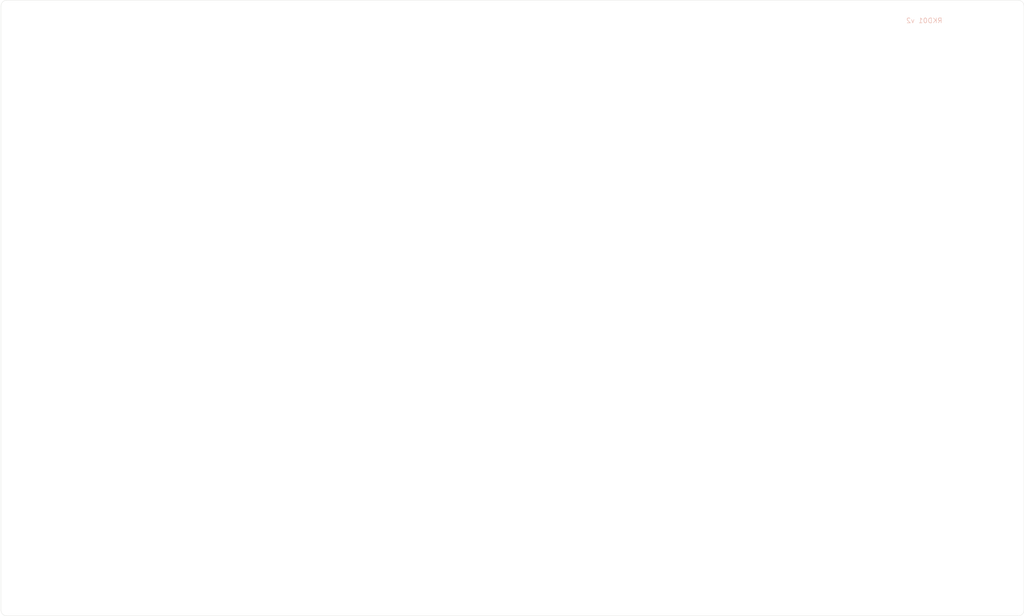
<source format=kicad_pcb>
(kicad_pcb (version 20240108) (generator "pcbnew") (generator_version "8.0")
  (layers (0 "F.Cu" signal) (31 "B.Cu" signal) (34 "B.Paste" user) (35 "F.Paste" user) (36 "B.SilkS" user "B.Silkscreen") (37 "F.SilkS" user "F.Silkscreen") (38 "B.Mask" user) (39 "F.Mask" user) (44 "Edge.Cuts" user))
  (net 0 "")
  (footprint "kbd_Hole:m2_Screw_Hole" (layer "F.Cu") (at 226.21875 23.8125)
    (property "Reference" "M2")
    (property "Value" "Mark")
    (pad "" np_thru_hole circle (at 0 0) (size 2.2 2.2) (drill 2.2) (layers "*.Cu" "*.Mask"))
  )
  (footprint "kbd_Hole:m2_Screw_Hole" (layer "F.Cu") (at 164.30625 66.675)
    (property "Reference" "M10")
    (property "Value" "Mark")
    (pad "" np_thru_hole circle (at 0 0) (size 2.2 2.2) (drill 2.2) (layers "*.Cu" "*.Mask"))
  )
  (footprint "kbd_Hole:m2_Screw_Hole" (layer "F.Cu") (at 178.59375 66.675)
    (property "Reference" "M12")
    (property "Value" "Mark")
    (pad "" np_thru_hole circle (at 0 0) (size 2.2 2.2) (drill 2.2) (layers "*.Cu" "*.Mask"))
  )
  (footprint "kbd_Hole:m2_Screw_Hole" (layer "F.Cu") (at 116.68125 104.775)
    (property "Reference" "M13")
    (property "Value" "Mark")
    (pad "" np_thru_hole circle (at 0 0) (size 2.2 2.2) (drill 2.2) (layers "*.Cu" "*.Mask"))
  )
  (footprint "Rikkodo_FootPrint:rkd_Point_Screw_Hall" (layer "F.Cu") (at 30.95625 101.203125)
    (property "Reference" "Point1" (hide yes))
    (property "Value" "PointHall" (hide yes))
    (pad "" np_thru_hole circle (at -7.25 -12) (size 2.2 2.2) (drill 2.2) (layers "*.Cu" "*.Mask"))
    (pad "" np_thru_hole circle (at -7.25 12) (size 2.2 2.2) (drill 2.2) (layers "*.Cu" "*.Mask"))
    (pad "" np_thru_hole circle (at 7.25 -12) (size 2.2 2.2) (drill 2.2) (layers "*.Cu" "*.Mask"))
    (pad "" np_thru_hole circle (at 7.25 12) (size 2.2 2.2) (drill 2.2) (layers "*.Cu" "*.Mask"))
  )
  (footprint "kbd_Hole:m2_Screw_Hole" (layer "F.Cu") (at 59.53125 38.1)
    (property "Reference" "M9")
    (property "Value" "Mark")
    (pad "" np_thru_hole circle (at 0 0) (size 2.2 2.2) (drill 2.2) (layers "*.Cu" "*.Mask"))
  )
  (footprint "kbd_Hole:m2_Screw_Hole" (layer "F.Cu") (at 23.8125 47.625)
    (property "Reference" "M7")
    (property "Value" "Mark")
    (pad "" np_thru_hole circle (at 0 0) (size 2.2 2.2) (drill 2.2) (layers "*.Cu" "*.Mask"))
  )
  (footprint "kbd_Hole:m2_Screw_Hole" (layer "F.Cu") (at 83.34375 26.1937)
    (property "Reference" "M5")
    (property "Value" "Mark")
    (pad "" np_thru_hole circle (at 0 0) (size 2.2 2.2) (drill 2.2) (layers "*.Cu" "*.Mask"))
  )
  (footprint "kbd_Hole:m2_Screw_Hole" (layer "F.Cu") (at 226.2188 140.4937)
    (property "Reference" "M4")
    (property "Value" "Mark")
    (pad "" np_thru_hole circle (at 0 0) (size 2.2 2.2) (drill 2.2) (layers "*.Cu" "*.Mask"))
  )
  (footprint "kbd_Hole:m2_Screw_Hole" (layer "F.Cu") (at 83.34375 104.775)
    (property "Reference" "M11")
    (property "Value" "Mark")
    (pad "" np_thru_hole circle (at 0 0) (size 2.2 2.2) (drill 2.2) (layers "*.Cu" "*.Mask"))
  )
  (footprint "kbd_Hole:m2_Screw_Hole" (layer "F.Cu") (at 83.34375 35.7187)
    (property "Reference" "M6")
    (property "Value" "Mark")
    (pad "" np_thru_hole circle (at 0 0) (size 2.2 2.2) (drill 2.2) (layers "*.Cu" "*.Mask"))
  )
  (footprint "kbd_Hole:m2_Screw_Hole" (layer "F.Cu") (at 92.86875 23.8125)
    (property "Reference" "M1")
    (property "Value" "Mark")
    (pad "" np_thru_hole circle (at 0 0) (size 2.2 2.2) (drill 2.2) (layers "*.Cu" "*.Mask"))
  )
  (footprint "kbd_Hole:m2_Screw_Hole" (layer "F.Cu") (at 59.53125 23.8125)
    (property "Reference" "M8")
    (property "Value" "Mark")
    (pad "" np_thru_hole circle (at 0 0) (size 2.2 2.2) (drill 2.2) (layers "*.Cu" "*.Mask"))
  )
  (footprint "kbd_Hole:m2_Screw_Hole" (layer "F.Cu") (at 26.1938 140.4937)
    (property "Reference" "M3")
    (property "Value" "Mark")
    (pad "" np_thru_hole circle (at 0 0) (size 2.2 2.2) (drill 2.2) (layers "*.Cu" "*.Mask"))
  )
  (gr_line (start 229.790625 145.25625) (end 22.621875 145.25625) (stroke (width 0.05)) (layer "Edge.Cuts"))
  (gr_line (start 21.43125 144.065625) (end 21.4313 20.240625) (stroke (width 0.05)) (layer "Edge.Cuts"))
  (gr_line (start 230.98125 20.240625) (end 230.98125 144.065625) (stroke (width 0.05)) (layer "Edge.Cuts"))
  (gr_arc (start 229.790625 19.05) (mid 230.632524 19.398726) (end 230.98125 20.240625) (stroke (width 0.05)) (layer "Edge.Cuts"))
  (gr_line (start 229.790625 19.05) (end 22.621875 19.05005) (stroke (width 0.05)) (layer "Edge.Cuts"))
  (gr_arc (start 21.4313 20.240625) (mid 21.780011 19.398761) (end 22.621875 19.05005) (stroke (width 0.05)) (layer "Edge.Cuts"))
  (gr_arc (start 230.98125 144.065625) (mid 230.632524 144.907524) (end 229.790625 145.25625) (stroke (width 0.05)) (layer "Edge.Cuts"))
  (gr_arc (start 22.621875 145.25625) (mid 21.779976 144.907524) (end 21.43125 144.065625) (stroke (width 0.05)) (layer "Edge.Cuts"))
  (gr_text "RKD01 v2" (at 214.3125 23.8125 0) (layer "B.SilkS") (effects (font (size 1 1) (thickness 0.1)) (justify left bottom mirror)))
)
</source>
